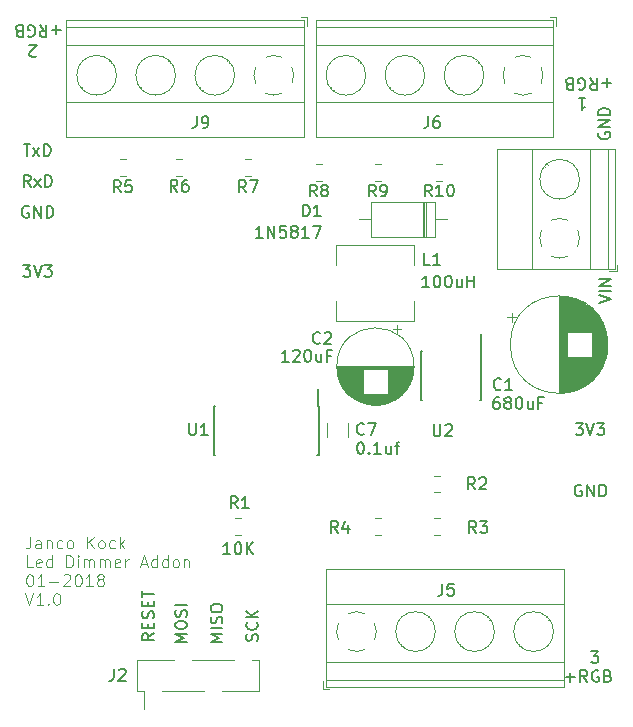
<source format=gbr>
G04 #@! TF.GenerationSoftware,KiCad,Pcbnew,5.0.1*
G04 #@! TF.CreationDate,2019-01-05T16:33:49+01:00*
G04 #@! TF.ProjectId,sensor_board-led,73656E736F725F626F6172642D6C6564,V1.2*
G04 #@! TF.SameCoordinates,Original*
G04 #@! TF.FileFunction,Legend,Top*
G04 #@! TF.FilePolarity,Positive*
%FSLAX46Y46*%
G04 Gerber Fmt 4.6, Leading zero omitted, Abs format (unit mm)*
G04 Created by KiCad (PCBNEW 5.0.1) date Sat 05 Jan 2019 04:33:49 PM CET*
%MOMM*%
%LPD*%
G01*
G04 APERTURE LIST*
%ADD10C,0.150000*%
%ADD11C,0.100000*%
%ADD12C,0.120000*%
G04 APERTURE END LIST*
D10*
X73697285Y-28779219D02*
X74268714Y-28779219D01*
X73983000Y-28779219D02*
X73983000Y-29779219D01*
X74078238Y-29636361D01*
X74173476Y-29541123D01*
X74268714Y-29493504D01*
X27768714Y-25183980D02*
X27721095Y-25231600D01*
X27625857Y-25279219D01*
X27387761Y-25279219D01*
X27292523Y-25231600D01*
X27244904Y-25183980D01*
X27197285Y-25088742D01*
X27197285Y-24993504D01*
X27244904Y-24850647D01*
X27816333Y-24279219D01*
X27197285Y-24279219D01*
X74749666Y-75583980D02*
X75368714Y-75583980D01*
X75035380Y-75964933D01*
X75178238Y-75964933D01*
X75273476Y-76012552D01*
X75321095Y-76060171D01*
X75368714Y-76155409D01*
X75368714Y-76393504D01*
X75321095Y-76488742D01*
X75273476Y-76536361D01*
X75178238Y-76583980D01*
X74892523Y-76583980D01*
X74797285Y-76536361D01*
X74749666Y-76488742D01*
X72602047Y-77803028D02*
X73363952Y-77803028D01*
X72983000Y-78183980D02*
X72983000Y-77422076D01*
X74411571Y-78183980D02*
X74078238Y-77707790D01*
X73840142Y-78183980D02*
X73840142Y-77183980D01*
X74221095Y-77183980D01*
X74316333Y-77231600D01*
X74363952Y-77279219D01*
X74411571Y-77374457D01*
X74411571Y-77517314D01*
X74363952Y-77612552D01*
X74316333Y-77660171D01*
X74221095Y-77707790D01*
X73840142Y-77707790D01*
X75363952Y-77231600D02*
X75268714Y-77183980D01*
X75125857Y-77183980D01*
X74983000Y-77231600D01*
X74887761Y-77326838D01*
X74840142Y-77422076D01*
X74792523Y-77612552D01*
X74792523Y-77755409D01*
X74840142Y-77945885D01*
X74887761Y-78041123D01*
X74983000Y-78136361D01*
X75125857Y-78183980D01*
X75221095Y-78183980D01*
X75363952Y-78136361D01*
X75411571Y-78088742D01*
X75411571Y-77755409D01*
X75221095Y-77755409D01*
X76173476Y-77660171D02*
X76316333Y-77707790D01*
X76363952Y-77755409D01*
X76411571Y-77850647D01*
X76411571Y-77993504D01*
X76363952Y-78088742D01*
X76316333Y-78136361D01*
X76221095Y-78183980D01*
X75840142Y-78183980D01*
X75840142Y-77183980D01*
X76173476Y-77183980D01*
X76268714Y-77231600D01*
X76316333Y-77279219D01*
X76363952Y-77374457D01*
X76363952Y-77469695D01*
X76316333Y-77564933D01*
X76268714Y-77612552D01*
X76173476Y-77660171D01*
X75840142Y-77660171D01*
X29863952Y-22960171D02*
X29102047Y-22960171D01*
X29483000Y-22579219D02*
X29483000Y-23341123D01*
X28054428Y-22579219D02*
X28387761Y-23055409D01*
X28625857Y-22579219D02*
X28625857Y-23579219D01*
X28244904Y-23579219D01*
X28149666Y-23531600D01*
X28102047Y-23483980D01*
X28054428Y-23388742D01*
X28054428Y-23245885D01*
X28102047Y-23150647D01*
X28149666Y-23103028D01*
X28244904Y-23055409D01*
X28625857Y-23055409D01*
X27102047Y-23531600D02*
X27197285Y-23579219D01*
X27340142Y-23579219D01*
X27483000Y-23531600D01*
X27578238Y-23436361D01*
X27625857Y-23341123D01*
X27673476Y-23150647D01*
X27673476Y-23007790D01*
X27625857Y-22817314D01*
X27578238Y-22722076D01*
X27483000Y-22626838D01*
X27340142Y-22579219D01*
X27244904Y-22579219D01*
X27102047Y-22626838D01*
X27054428Y-22674457D01*
X27054428Y-23007790D01*
X27244904Y-23007790D01*
X26292523Y-23103028D02*
X26149666Y-23055409D01*
X26102047Y-23007790D01*
X26054428Y-22912552D01*
X26054428Y-22769695D01*
X26102047Y-22674457D01*
X26149666Y-22626838D01*
X26244904Y-22579219D01*
X26625857Y-22579219D01*
X26625857Y-23579219D01*
X26292523Y-23579219D01*
X26197285Y-23531600D01*
X26149666Y-23483980D01*
X26102047Y-23388742D01*
X26102047Y-23293504D01*
X26149666Y-23198266D01*
X26197285Y-23150647D01*
X26292523Y-23103028D01*
X26625857Y-23103028D01*
X76463952Y-27460171D02*
X75702047Y-27460171D01*
X76083000Y-27079219D02*
X76083000Y-27841123D01*
X74654428Y-27079219D02*
X74987761Y-27555409D01*
X75225857Y-27079219D02*
X75225857Y-28079219D01*
X74844904Y-28079219D01*
X74749666Y-28031600D01*
X74702047Y-27983980D01*
X74654428Y-27888742D01*
X74654428Y-27745885D01*
X74702047Y-27650647D01*
X74749666Y-27603028D01*
X74844904Y-27555409D01*
X75225857Y-27555409D01*
X73702047Y-28031600D02*
X73797285Y-28079219D01*
X73940142Y-28079219D01*
X74083000Y-28031600D01*
X74178238Y-27936361D01*
X74225857Y-27841123D01*
X74273476Y-27650647D01*
X74273476Y-27507790D01*
X74225857Y-27317314D01*
X74178238Y-27222076D01*
X74083000Y-27126838D01*
X73940142Y-27079219D01*
X73844904Y-27079219D01*
X73702047Y-27126838D01*
X73654428Y-27174457D01*
X73654428Y-27507790D01*
X73844904Y-27507790D01*
X72892523Y-27603028D02*
X72749666Y-27555409D01*
X72702047Y-27507790D01*
X72654428Y-27412552D01*
X72654428Y-27269695D01*
X72702047Y-27174457D01*
X72749666Y-27126838D01*
X72844904Y-27079219D01*
X73225857Y-27079219D01*
X73225857Y-28079219D01*
X72892523Y-28079219D01*
X72797285Y-28031600D01*
X72749666Y-27983980D01*
X72702047Y-27888742D01*
X72702047Y-27793504D01*
X72749666Y-27698266D01*
X72797285Y-27650647D01*
X72892523Y-27603028D01*
X73225857Y-27603028D01*
X75435380Y-46126838D02*
X76435380Y-45793504D01*
X75435380Y-45460171D01*
X76435380Y-45126838D02*
X75435380Y-45126838D01*
X76435380Y-44650647D02*
X75435380Y-44650647D01*
X76435380Y-44079219D01*
X75435380Y-44079219D01*
X75408000Y-31693504D02*
X75360380Y-31788742D01*
X75360380Y-31931600D01*
X75408000Y-32074457D01*
X75503238Y-32169695D01*
X75598476Y-32217314D01*
X75788952Y-32264933D01*
X75931809Y-32264933D01*
X76122285Y-32217314D01*
X76217523Y-32169695D01*
X76312761Y-32074457D01*
X76360380Y-31931600D01*
X76360380Y-31836361D01*
X76312761Y-31693504D01*
X76265142Y-31645885D01*
X75931809Y-31645885D01*
X75931809Y-31836361D01*
X76360380Y-31217314D02*
X75360380Y-31217314D01*
X76360380Y-30645885D01*
X75360380Y-30645885D01*
X76360380Y-30169695D02*
X75360380Y-30169695D01*
X75360380Y-29931600D01*
X75408000Y-29788742D01*
X75503238Y-29693504D01*
X75598476Y-29645885D01*
X75788952Y-29598266D01*
X75931809Y-29598266D01*
X76122285Y-29645885D01*
X76217523Y-29693504D01*
X76312761Y-29788742D01*
X76360380Y-29931600D01*
X76360380Y-30169695D01*
X73921095Y-61531600D02*
X73825857Y-61483980D01*
X73683000Y-61483980D01*
X73540142Y-61531600D01*
X73444904Y-61626838D01*
X73397285Y-61722076D01*
X73349666Y-61912552D01*
X73349666Y-62055409D01*
X73397285Y-62245885D01*
X73444904Y-62341123D01*
X73540142Y-62436361D01*
X73683000Y-62483980D01*
X73778238Y-62483980D01*
X73921095Y-62436361D01*
X73968714Y-62388742D01*
X73968714Y-62055409D01*
X73778238Y-62055409D01*
X74397285Y-62483980D02*
X74397285Y-61483980D01*
X74968714Y-62483980D01*
X74968714Y-61483980D01*
X75444904Y-62483980D02*
X75444904Y-61483980D01*
X75683000Y-61483980D01*
X75825857Y-61531600D01*
X75921095Y-61626838D01*
X75968714Y-61722076D01*
X76016333Y-61912552D01*
X76016333Y-62055409D01*
X75968714Y-62245885D01*
X75921095Y-62341123D01*
X75825857Y-62436361D01*
X75683000Y-62483980D01*
X75444904Y-62483980D01*
X73444904Y-56283980D02*
X74063952Y-56283980D01*
X73730619Y-56664933D01*
X73873476Y-56664933D01*
X73968714Y-56712552D01*
X74016333Y-56760171D01*
X74063952Y-56855409D01*
X74063952Y-57093504D01*
X74016333Y-57188742D01*
X73968714Y-57236361D01*
X73873476Y-57283980D01*
X73587761Y-57283980D01*
X73492523Y-57236361D01*
X73444904Y-57188742D01*
X74349666Y-56283980D02*
X74683000Y-57283980D01*
X75016333Y-56283980D01*
X75254428Y-56283980D02*
X75873476Y-56283980D01*
X75540142Y-56664933D01*
X75683000Y-56664933D01*
X75778238Y-56712552D01*
X75825857Y-56760171D01*
X75873476Y-56855409D01*
X75873476Y-57093504D01*
X75825857Y-57188742D01*
X75778238Y-57236361D01*
X75683000Y-57283980D01*
X75397285Y-57283980D01*
X75302047Y-57236361D01*
X75254428Y-57188742D01*
X26644904Y-42883980D02*
X27263952Y-42883980D01*
X26930619Y-43264933D01*
X27073476Y-43264933D01*
X27168714Y-43312552D01*
X27216333Y-43360171D01*
X27263952Y-43455409D01*
X27263952Y-43693504D01*
X27216333Y-43788742D01*
X27168714Y-43836361D01*
X27073476Y-43883980D01*
X26787761Y-43883980D01*
X26692523Y-43836361D01*
X26644904Y-43788742D01*
X27549666Y-42883980D02*
X27883000Y-43883980D01*
X28216333Y-42883980D01*
X28454428Y-42883980D02*
X29073476Y-42883980D01*
X28740142Y-43264933D01*
X28883000Y-43264933D01*
X28978238Y-43312552D01*
X29025857Y-43360171D01*
X29073476Y-43455409D01*
X29073476Y-43693504D01*
X29025857Y-43788742D01*
X28978238Y-43836361D01*
X28883000Y-43883980D01*
X28597285Y-43883980D01*
X28502047Y-43836361D01*
X28454428Y-43788742D01*
X27121095Y-37931600D02*
X27025857Y-37883980D01*
X26883000Y-37883980D01*
X26740142Y-37931600D01*
X26644904Y-38026838D01*
X26597285Y-38122076D01*
X26549666Y-38312552D01*
X26549666Y-38455409D01*
X26597285Y-38645885D01*
X26644904Y-38741123D01*
X26740142Y-38836361D01*
X26883000Y-38883980D01*
X26978238Y-38883980D01*
X27121095Y-38836361D01*
X27168714Y-38788742D01*
X27168714Y-38455409D01*
X26978238Y-38455409D01*
X27597285Y-38883980D02*
X27597285Y-37883980D01*
X28168714Y-38883980D01*
X28168714Y-37883980D01*
X28644904Y-38883980D02*
X28644904Y-37883980D01*
X28883000Y-37883980D01*
X29025857Y-37931600D01*
X29121095Y-38026838D01*
X29168714Y-38122076D01*
X29216333Y-38312552D01*
X29216333Y-38455409D01*
X29168714Y-38645885D01*
X29121095Y-38741123D01*
X29025857Y-38836361D01*
X28883000Y-38883980D01*
X28644904Y-38883980D01*
X27287761Y-36283980D02*
X26954428Y-35807790D01*
X26716333Y-36283980D02*
X26716333Y-35283980D01*
X27097285Y-35283980D01*
X27192523Y-35331600D01*
X27240142Y-35379219D01*
X27287761Y-35474457D01*
X27287761Y-35617314D01*
X27240142Y-35712552D01*
X27192523Y-35760171D01*
X27097285Y-35807790D01*
X26716333Y-35807790D01*
X27621095Y-36283980D02*
X28144904Y-35617314D01*
X27621095Y-35617314D02*
X28144904Y-36283980D01*
X28525857Y-36283980D02*
X28525857Y-35283980D01*
X28763952Y-35283980D01*
X28906809Y-35331600D01*
X29002047Y-35426838D01*
X29049666Y-35522076D01*
X29097285Y-35712552D01*
X29097285Y-35855409D01*
X29049666Y-36045885D01*
X29002047Y-36141123D01*
X28906809Y-36236361D01*
X28763952Y-36283980D01*
X28525857Y-36283980D01*
X26692523Y-32683980D02*
X27263952Y-32683980D01*
X26978238Y-33683980D02*
X26978238Y-32683980D01*
X27502047Y-33683980D02*
X28025857Y-33017314D01*
X27502047Y-33017314D02*
X28025857Y-33683980D01*
X28406809Y-33683980D02*
X28406809Y-32683980D01*
X28644904Y-32683980D01*
X28787761Y-32731600D01*
X28883000Y-32826838D01*
X28930619Y-32922076D01*
X28978238Y-33112552D01*
X28978238Y-33255409D01*
X28930619Y-33445885D01*
X28883000Y-33541123D01*
X28787761Y-33636361D01*
X28644904Y-33683980D01*
X28406809Y-33683980D01*
D11*
X27271809Y-65883980D02*
X27271809Y-66598266D01*
X27224190Y-66741123D01*
X27128952Y-66836361D01*
X26986095Y-66883980D01*
X26890857Y-66883980D01*
X28176571Y-66883980D02*
X28176571Y-66360171D01*
X28128952Y-66264933D01*
X28033714Y-66217314D01*
X27843238Y-66217314D01*
X27748000Y-66264933D01*
X28176571Y-66836361D02*
X28081333Y-66883980D01*
X27843238Y-66883980D01*
X27748000Y-66836361D01*
X27700380Y-66741123D01*
X27700380Y-66645885D01*
X27748000Y-66550647D01*
X27843238Y-66503028D01*
X28081333Y-66503028D01*
X28176571Y-66455409D01*
X28652761Y-66217314D02*
X28652761Y-66883980D01*
X28652761Y-66312552D02*
X28700380Y-66264933D01*
X28795619Y-66217314D01*
X28938476Y-66217314D01*
X29033714Y-66264933D01*
X29081333Y-66360171D01*
X29081333Y-66883980D01*
X29986095Y-66836361D02*
X29890857Y-66883980D01*
X29700380Y-66883980D01*
X29605142Y-66836361D01*
X29557523Y-66788742D01*
X29509904Y-66693504D01*
X29509904Y-66407790D01*
X29557523Y-66312552D01*
X29605142Y-66264933D01*
X29700380Y-66217314D01*
X29890857Y-66217314D01*
X29986095Y-66264933D01*
X30557523Y-66883980D02*
X30462285Y-66836361D01*
X30414666Y-66788742D01*
X30367047Y-66693504D01*
X30367047Y-66407790D01*
X30414666Y-66312552D01*
X30462285Y-66264933D01*
X30557523Y-66217314D01*
X30700380Y-66217314D01*
X30795619Y-66264933D01*
X30843238Y-66312552D01*
X30890857Y-66407790D01*
X30890857Y-66693504D01*
X30843238Y-66788742D01*
X30795619Y-66836361D01*
X30700380Y-66883980D01*
X30557523Y-66883980D01*
X32081333Y-66883980D02*
X32081333Y-65883980D01*
X32652761Y-66883980D02*
X32224190Y-66312552D01*
X32652761Y-65883980D02*
X32081333Y-66455409D01*
X33224190Y-66883980D02*
X33128952Y-66836361D01*
X33081333Y-66788742D01*
X33033714Y-66693504D01*
X33033714Y-66407790D01*
X33081333Y-66312552D01*
X33128952Y-66264933D01*
X33224190Y-66217314D01*
X33367047Y-66217314D01*
X33462285Y-66264933D01*
X33509904Y-66312552D01*
X33557523Y-66407790D01*
X33557523Y-66693504D01*
X33509904Y-66788742D01*
X33462285Y-66836361D01*
X33367047Y-66883980D01*
X33224190Y-66883980D01*
X34414666Y-66836361D02*
X34319428Y-66883980D01*
X34128952Y-66883980D01*
X34033714Y-66836361D01*
X33986095Y-66788742D01*
X33938476Y-66693504D01*
X33938476Y-66407790D01*
X33986095Y-66312552D01*
X34033714Y-66264933D01*
X34128952Y-66217314D01*
X34319428Y-66217314D01*
X34414666Y-66264933D01*
X34843238Y-66883980D02*
X34843238Y-65883980D01*
X34938476Y-66503028D02*
X35224190Y-66883980D01*
X35224190Y-66217314D02*
X34843238Y-66598266D01*
X27462285Y-68483980D02*
X26986095Y-68483980D01*
X26986095Y-67483980D01*
X28176571Y-68436361D02*
X28081333Y-68483980D01*
X27890857Y-68483980D01*
X27795619Y-68436361D01*
X27748000Y-68341123D01*
X27748000Y-67960171D01*
X27795619Y-67864933D01*
X27890857Y-67817314D01*
X28081333Y-67817314D01*
X28176571Y-67864933D01*
X28224190Y-67960171D01*
X28224190Y-68055409D01*
X27748000Y-68150647D01*
X29081333Y-68483980D02*
X29081333Y-67483980D01*
X29081333Y-68436361D02*
X28986095Y-68483980D01*
X28795619Y-68483980D01*
X28700380Y-68436361D01*
X28652761Y-68388742D01*
X28605142Y-68293504D01*
X28605142Y-68007790D01*
X28652761Y-67912552D01*
X28700380Y-67864933D01*
X28795619Y-67817314D01*
X28986095Y-67817314D01*
X29081333Y-67864933D01*
X30319428Y-68483980D02*
X30319428Y-67483980D01*
X30557523Y-67483980D01*
X30700380Y-67531600D01*
X30795619Y-67626838D01*
X30843238Y-67722076D01*
X30890857Y-67912552D01*
X30890857Y-68055409D01*
X30843238Y-68245885D01*
X30795619Y-68341123D01*
X30700380Y-68436361D01*
X30557523Y-68483980D01*
X30319428Y-68483980D01*
X31319428Y-68483980D02*
X31319428Y-67817314D01*
X31319428Y-67483980D02*
X31271809Y-67531600D01*
X31319428Y-67579219D01*
X31367047Y-67531600D01*
X31319428Y-67483980D01*
X31319428Y-67579219D01*
X31795619Y-68483980D02*
X31795619Y-67817314D01*
X31795619Y-67912552D02*
X31843238Y-67864933D01*
X31938476Y-67817314D01*
X32081333Y-67817314D01*
X32176571Y-67864933D01*
X32224190Y-67960171D01*
X32224190Y-68483980D01*
X32224190Y-67960171D02*
X32271809Y-67864933D01*
X32367047Y-67817314D01*
X32509904Y-67817314D01*
X32605142Y-67864933D01*
X32652761Y-67960171D01*
X32652761Y-68483980D01*
X33128952Y-68483980D02*
X33128952Y-67817314D01*
X33128952Y-67912552D02*
X33176571Y-67864933D01*
X33271809Y-67817314D01*
X33414666Y-67817314D01*
X33509904Y-67864933D01*
X33557523Y-67960171D01*
X33557523Y-68483980D01*
X33557523Y-67960171D02*
X33605142Y-67864933D01*
X33700380Y-67817314D01*
X33843238Y-67817314D01*
X33938476Y-67864933D01*
X33986095Y-67960171D01*
X33986095Y-68483980D01*
X34843238Y-68436361D02*
X34748000Y-68483980D01*
X34557523Y-68483980D01*
X34462285Y-68436361D01*
X34414666Y-68341123D01*
X34414666Y-67960171D01*
X34462285Y-67864933D01*
X34557523Y-67817314D01*
X34748000Y-67817314D01*
X34843238Y-67864933D01*
X34890857Y-67960171D01*
X34890857Y-68055409D01*
X34414666Y-68150647D01*
X35319428Y-68483980D02*
X35319428Y-67817314D01*
X35319428Y-68007790D02*
X35367047Y-67912552D01*
X35414666Y-67864933D01*
X35509904Y-67817314D01*
X35605142Y-67817314D01*
X36652761Y-68198266D02*
X37128952Y-68198266D01*
X36557523Y-68483980D02*
X36890857Y-67483980D01*
X37224190Y-68483980D01*
X37986095Y-68483980D02*
X37986095Y-67483980D01*
X37986095Y-68436361D02*
X37890857Y-68483980D01*
X37700380Y-68483980D01*
X37605142Y-68436361D01*
X37557523Y-68388742D01*
X37509904Y-68293504D01*
X37509904Y-68007790D01*
X37557523Y-67912552D01*
X37605142Y-67864933D01*
X37700380Y-67817314D01*
X37890857Y-67817314D01*
X37986095Y-67864933D01*
X38890857Y-68483980D02*
X38890857Y-67483980D01*
X38890857Y-68436361D02*
X38795619Y-68483980D01*
X38605142Y-68483980D01*
X38509904Y-68436361D01*
X38462285Y-68388742D01*
X38414666Y-68293504D01*
X38414666Y-68007790D01*
X38462285Y-67912552D01*
X38509904Y-67864933D01*
X38605142Y-67817314D01*
X38795619Y-67817314D01*
X38890857Y-67864933D01*
X39509904Y-68483980D02*
X39414666Y-68436361D01*
X39367047Y-68388742D01*
X39319428Y-68293504D01*
X39319428Y-68007790D01*
X39367047Y-67912552D01*
X39414666Y-67864933D01*
X39509904Y-67817314D01*
X39652761Y-67817314D01*
X39748000Y-67864933D01*
X39795619Y-67912552D01*
X39843238Y-68007790D01*
X39843238Y-68293504D01*
X39795619Y-68388742D01*
X39748000Y-68436361D01*
X39652761Y-68483980D01*
X39509904Y-68483980D01*
X40271809Y-67817314D02*
X40271809Y-68483980D01*
X40271809Y-67912552D02*
X40319428Y-67864933D01*
X40414666Y-67817314D01*
X40557523Y-67817314D01*
X40652761Y-67864933D01*
X40700380Y-67960171D01*
X40700380Y-68483980D01*
X27176571Y-69083980D02*
X27271809Y-69083980D01*
X27367047Y-69131600D01*
X27414666Y-69179219D01*
X27462285Y-69274457D01*
X27509904Y-69464933D01*
X27509904Y-69703028D01*
X27462285Y-69893504D01*
X27414666Y-69988742D01*
X27367047Y-70036361D01*
X27271809Y-70083980D01*
X27176571Y-70083980D01*
X27081333Y-70036361D01*
X27033714Y-69988742D01*
X26986095Y-69893504D01*
X26938476Y-69703028D01*
X26938476Y-69464933D01*
X26986095Y-69274457D01*
X27033714Y-69179219D01*
X27081333Y-69131600D01*
X27176571Y-69083980D01*
X28462285Y-70083980D02*
X27890857Y-70083980D01*
X28176571Y-70083980D02*
X28176571Y-69083980D01*
X28081333Y-69226838D01*
X27986095Y-69322076D01*
X27890857Y-69369695D01*
X28890857Y-69703028D02*
X29652761Y-69703028D01*
X30081333Y-69179219D02*
X30128952Y-69131600D01*
X30224190Y-69083980D01*
X30462285Y-69083980D01*
X30557523Y-69131600D01*
X30605142Y-69179219D01*
X30652761Y-69274457D01*
X30652761Y-69369695D01*
X30605142Y-69512552D01*
X30033714Y-70083980D01*
X30652761Y-70083980D01*
X31271809Y-69083980D02*
X31367047Y-69083980D01*
X31462285Y-69131600D01*
X31509904Y-69179219D01*
X31557523Y-69274457D01*
X31605142Y-69464933D01*
X31605142Y-69703028D01*
X31557523Y-69893504D01*
X31509904Y-69988742D01*
X31462285Y-70036361D01*
X31367047Y-70083980D01*
X31271809Y-70083980D01*
X31176571Y-70036361D01*
X31128952Y-69988742D01*
X31081333Y-69893504D01*
X31033714Y-69703028D01*
X31033714Y-69464933D01*
X31081333Y-69274457D01*
X31128952Y-69179219D01*
X31176571Y-69131600D01*
X31271809Y-69083980D01*
X32557523Y-70083980D02*
X31986095Y-70083980D01*
X32271809Y-70083980D02*
X32271809Y-69083980D01*
X32176571Y-69226838D01*
X32081333Y-69322076D01*
X31986095Y-69369695D01*
X33128952Y-69512552D02*
X33033714Y-69464933D01*
X32986095Y-69417314D01*
X32938476Y-69322076D01*
X32938476Y-69274457D01*
X32986095Y-69179219D01*
X33033714Y-69131600D01*
X33128952Y-69083980D01*
X33319428Y-69083980D01*
X33414666Y-69131600D01*
X33462285Y-69179219D01*
X33509904Y-69274457D01*
X33509904Y-69322076D01*
X33462285Y-69417314D01*
X33414666Y-69464933D01*
X33319428Y-69512552D01*
X33128952Y-69512552D01*
X33033714Y-69560171D01*
X32986095Y-69607790D01*
X32938476Y-69703028D01*
X32938476Y-69893504D01*
X32986095Y-69988742D01*
X33033714Y-70036361D01*
X33128952Y-70083980D01*
X33319428Y-70083980D01*
X33414666Y-70036361D01*
X33462285Y-69988742D01*
X33509904Y-69893504D01*
X33509904Y-69703028D01*
X33462285Y-69607790D01*
X33414666Y-69560171D01*
X33319428Y-69512552D01*
X26843238Y-70683980D02*
X27176571Y-71683980D01*
X27509904Y-70683980D01*
X28367047Y-71683980D02*
X27795619Y-71683980D01*
X28081333Y-71683980D02*
X28081333Y-70683980D01*
X27986095Y-70826838D01*
X27890857Y-70922076D01*
X27795619Y-70969695D01*
X28795619Y-71588742D02*
X28843238Y-71636361D01*
X28795619Y-71683980D01*
X28748000Y-71636361D01*
X28795619Y-71588742D01*
X28795619Y-71683980D01*
X29462285Y-70683980D02*
X29557523Y-70683980D01*
X29652761Y-70731600D01*
X29700380Y-70779219D01*
X29748000Y-70874457D01*
X29795619Y-71064933D01*
X29795619Y-71303028D01*
X29748000Y-71493504D01*
X29700380Y-71588742D01*
X29652761Y-71636361D01*
X29557523Y-71683980D01*
X29462285Y-71683980D01*
X29367047Y-71636361D01*
X29319428Y-71588742D01*
X29271809Y-71493504D01*
X29224190Y-71303028D01*
X29224190Y-71064933D01*
X29271809Y-70874457D01*
X29319428Y-70779219D01*
X29367047Y-70731600D01*
X29462285Y-70683980D01*
D10*
X43535380Y-74803028D02*
X42535380Y-74803028D01*
X43249666Y-74469695D01*
X42535380Y-74136361D01*
X43535380Y-74136361D01*
X43535380Y-73660171D02*
X42535380Y-73660171D01*
X43487761Y-73231600D02*
X43535380Y-73088742D01*
X43535380Y-72850647D01*
X43487761Y-72755409D01*
X43440142Y-72707790D01*
X43344904Y-72660171D01*
X43249666Y-72660171D01*
X43154428Y-72707790D01*
X43106809Y-72755409D01*
X43059190Y-72850647D01*
X43011571Y-73041123D01*
X42963952Y-73136361D01*
X42916333Y-73183980D01*
X42821095Y-73231600D01*
X42725857Y-73231600D01*
X42630619Y-73183980D01*
X42583000Y-73136361D01*
X42535380Y-73041123D01*
X42535380Y-72803028D01*
X42583000Y-72660171D01*
X42535380Y-72041123D02*
X42535380Y-71850647D01*
X42583000Y-71755409D01*
X42678238Y-71660171D01*
X42868714Y-71612552D01*
X43202047Y-71612552D01*
X43392523Y-71660171D01*
X43487761Y-71755409D01*
X43535380Y-71850647D01*
X43535380Y-72041123D01*
X43487761Y-72136361D01*
X43392523Y-72231600D01*
X43202047Y-72279219D01*
X42868714Y-72279219D01*
X42678238Y-72231600D01*
X42583000Y-72136361D01*
X42535380Y-72041123D01*
X40535380Y-74803028D02*
X39535380Y-74803028D01*
X40249666Y-74469695D01*
X39535380Y-74136361D01*
X40535380Y-74136361D01*
X39535380Y-73469695D02*
X39535380Y-73279219D01*
X39583000Y-73183980D01*
X39678238Y-73088742D01*
X39868714Y-73041123D01*
X40202047Y-73041123D01*
X40392523Y-73088742D01*
X40487761Y-73183980D01*
X40535380Y-73279219D01*
X40535380Y-73469695D01*
X40487761Y-73564933D01*
X40392523Y-73660171D01*
X40202047Y-73707790D01*
X39868714Y-73707790D01*
X39678238Y-73660171D01*
X39583000Y-73564933D01*
X39535380Y-73469695D01*
X40487761Y-72660171D02*
X40535380Y-72517314D01*
X40535380Y-72279219D01*
X40487761Y-72183980D01*
X40440142Y-72136361D01*
X40344904Y-72088742D01*
X40249666Y-72088742D01*
X40154428Y-72136361D01*
X40106809Y-72183980D01*
X40059190Y-72279219D01*
X40011571Y-72469695D01*
X39963952Y-72564933D01*
X39916333Y-72612552D01*
X39821095Y-72660171D01*
X39725857Y-72660171D01*
X39630619Y-72612552D01*
X39583000Y-72564933D01*
X39535380Y-72469695D01*
X39535380Y-72231600D01*
X39583000Y-72088742D01*
X40535380Y-71660171D02*
X39535380Y-71660171D01*
X37735380Y-74083980D02*
X37259190Y-74417314D01*
X37735380Y-74655409D02*
X36735380Y-74655409D01*
X36735380Y-74274457D01*
X36783000Y-74179219D01*
X36830619Y-74131600D01*
X36925857Y-74083980D01*
X37068714Y-74083980D01*
X37163952Y-74131600D01*
X37211571Y-74179219D01*
X37259190Y-74274457D01*
X37259190Y-74655409D01*
X37211571Y-73655409D02*
X37211571Y-73322076D01*
X37735380Y-73179219D02*
X37735380Y-73655409D01*
X36735380Y-73655409D01*
X36735380Y-73179219D01*
X37687761Y-72798266D02*
X37735380Y-72655409D01*
X37735380Y-72417314D01*
X37687761Y-72322076D01*
X37640142Y-72274457D01*
X37544904Y-72226838D01*
X37449666Y-72226838D01*
X37354428Y-72274457D01*
X37306809Y-72322076D01*
X37259190Y-72417314D01*
X37211571Y-72607790D01*
X37163952Y-72703028D01*
X37116333Y-72750647D01*
X37021095Y-72798266D01*
X36925857Y-72798266D01*
X36830619Y-72750647D01*
X36783000Y-72703028D01*
X36735380Y-72607790D01*
X36735380Y-72369695D01*
X36783000Y-72226838D01*
X37211571Y-71798266D02*
X37211571Y-71464933D01*
X37735380Y-71322076D02*
X37735380Y-71798266D01*
X36735380Y-71798266D01*
X36735380Y-71322076D01*
X36735380Y-71036361D02*
X36735380Y-70464933D01*
X37735380Y-70750647D02*
X36735380Y-70750647D01*
X46487761Y-74717314D02*
X46535380Y-74574457D01*
X46535380Y-74336361D01*
X46487761Y-74241123D01*
X46440142Y-74193504D01*
X46344904Y-74145885D01*
X46249666Y-74145885D01*
X46154428Y-74193504D01*
X46106809Y-74241123D01*
X46059190Y-74336361D01*
X46011571Y-74526838D01*
X45963952Y-74622076D01*
X45916333Y-74669695D01*
X45821095Y-74717314D01*
X45725857Y-74717314D01*
X45630619Y-74669695D01*
X45583000Y-74622076D01*
X45535380Y-74526838D01*
X45535380Y-74288742D01*
X45583000Y-74145885D01*
X46440142Y-73145885D02*
X46487761Y-73193504D01*
X46535380Y-73336361D01*
X46535380Y-73431600D01*
X46487761Y-73574457D01*
X46392523Y-73669695D01*
X46297285Y-73717314D01*
X46106809Y-73764933D01*
X45963952Y-73764933D01*
X45773476Y-73717314D01*
X45678238Y-73669695D01*
X45583000Y-73574457D01*
X45535380Y-73431600D01*
X45535380Y-73336361D01*
X45583000Y-73193504D01*
X45630619Y-73145885D01*
X46535380Y-72717314D02*
X45535380Y-72717314D01*
X46535380Y-72145885D02*
X45963952Y-72574457D01*
X45535380Y-72145885D02*
X46106809Y-72717314D01*
D12*
G04 #@! TO.C,C1*
X68023302Y-46916600D02*
X68023302Y-47716600D01*
X67623302Y-47316600D02*
X68423302Y-47316600D01*
X76114000Y-49098600D02*
X76114000Y-50164600D01*
X76074000Y-48863600D02*
X76074000Y-50399600D01*
X76034000Y-48683600D02*
X76034000Y-50579600D01*
X75994000Y-48533600D02*
X75994000Y-50729600D01*
X75954000Y-48402600D02*
X75954000Y-50860600D01*
X75914000Y-48285600D02*
X75914000Y-50977600D01*
X75874000Y-48178600D02*
X75874000Y-51084600D01*
X75834000Y-48079600D02*
X75834000Y-51183600D01*
X75794000Y-47986600D02*
X75794000Y-51276600D01*
X75754000Y-47900600D02*
X75754000Y-51362600D01*
X75714000Y-47818600D02*
X75714000Y-51444600D01*
X75674000Y-47741600D02*
X75674000Y-51521600D01*
X75634000Y-47667600D02*
X75634000Y-51595600D01*
X75594000Y-47597600D02*
X75594000Y-51665600D01*
X75554000Y-47529600D02*
X75554000Y-51733600D01*
X75514000Y-47465600D02*
X75514000Y-51797600D01*
X75474000Y-47403600D02*
X75474000Y-51859600D01*
X75434000Y-47344600D02*
X75434000Y-51918600D01*
X75394000Y-47286600D02*
X75394000Y-51976600D01*
X75354000Y-47231600D02*
X75354000Y-52031600D01*
X75314000Y-47177600D02*
X75314000Y-52085600D01*
X75274000Y-47126600D02*
X75274000Y-52136600D01*
X75234000Y-47075600D02*
X75234000Y-52187600D01*
X75194000Y-47027600D02*
X75194000Y-52235600D01*
X75154000Y-46980600D02*
X75154000Y-52282600D01*
X75114000Y-46934600D02*
X75114000Y-52328600D01*
X75074000Y-46890600D02*
X75074000Y-52372600D01*
X75034000Y-46847600D02*
X75034000Y-52415600D01*
X74994000Y-46805600D02*
X74994000Y-52457600D01*
X74954000Y-46764600D02*
X74954000Y-52498600D01*
X74914000Y-46724600D02*
X74914000Y-52538600D01*
X74874000Y-46686600D02*
X74874000Y-52576600D01*
X74834000Y-46648600D02*
X74834000Y-52614600D01*
X74794000Y-50671600D02*
X74794000Y-52650600D01*
X74794000Y-46612600D02*
X74794000Y-48591600D01*
X74754000Y-50671600D02*
X74754000Y-52686600D01*
X74754000Y-46576600D02*
X74754000Y-48591600D01*
X74714000Y-50671600D02*
X74714000Y-52721600D01*
X74714000Y-46541600D02*
X74714000Y-48591600D01*
X74674000Y-50671600D02*
X74674000Y-52755600D01*
X74674000Y-46507600D02*
X74674000Y-48591600D01*
X74634000Y-50671600D02*
X74634000Y-52787600D01*
X74634000Y-46475600D02*
X74634000Y-48591600D01*
X74594000Y-50671600D02*
X74594000Y-52820600D01*
X74594000Y-46442600D02*
X74594000Y-48591600D01*
X74554000Y-50671600D02*
X74554000Y-52851600D01*
X74554000Y-46411600D02*
X74554000Y-48591600D01*
X74514000Y-50671600D02*
X74514000Y-52881600D01*
X74514000Y-46381600D02*
X74514000Y-48591600D01*
X74474000Y-50671600D02*
X74474000Y-52911600D01*
X74474000Y-46351600D02*
X74474000Y-48591600D01*
X74434000Y-50671600D02*
X74434000Y-52940600D01*
X74434000Y-46322600D02*
X74434000Y-48591600D01*
X74394000Y-50671600D02*
X74394000Y-52969600D01*
X74394000Y-46293600D02*
X74394000Y-48591600D01*
X74354000Y-50671600D02*
X74354000Y-52996600D01*
X74354000Y-46266600D02*
X74354000Y-48591600D01*
X74314000Y-50671600D02*
X74314000Y-53023600D01*
X74314000Y-46239600D02*
X74314000Y-48591600D01*
X74274000Y-50671600D02*
X74274000Y-53049600D01*
X74274000Y-46213600D02*
X74274000Y-48591600D01*
X74234000Y-50671600D02*
X74234000Y-53075600D01*
X74234000Y-46187600D02*
X74234000Y-48591600D01*
X74194000Y-50671600D02*
X74194000Y-53100600D01*
X74194000Y-46162600D02*
X74194000Y-48591600D01*
X74154000Y-50671600D02*
X74154000Y-53124600D01*
X74154000Y-46138600D02*
X74154000Y-48591600D01*
X74114000Y-50671600D02*
X74114000Y-53148600D01*
X74114000Y-46114600D02*
X74114000Y-48591600D01*
X74074000Y-50671600D02*
X74074000Y-53171600D01*
X74074000Y-46091600D02*
X74074000Y-48591600D01*
X74034000Y-50671600D02*
X74034000Y-53193600D01*
X74034000Y-46069600D02*
X74034000Y-48591600D01*
X73994000Y-50671600D02*
X73994000Y-53215600D01*
X73994000Y-46047600D02*
X73994000Y-48591600D01*
X73954000Y-50671600D02*
X73954000Y-53237600D01*
X73954000Y-46025600D02*
X73954000Y-48591600D01*
X73914000Y-50671600D02*
X73914000Y-53258600D01*
X73914000Y-46004600D02*
X73914000Y-48591600D01*
X73874000Y-50671600D02*
X73874000Y-53278600D01*
X73874000Y-45984600D02*
X73874000Y-48591600D01*
X73834000Y-50671600D02*
X73834000Y-53297600D01*
X73834000Y-45965600D02*
X73834000Y-48591600D01*
X73794000Y-50671600D02*
X73794000Y-53317600D01*
X73794000Y-45945600D02*
X73794000Y-48591600D01*
X73754000Y-50671600D02*
X73754000Y-53335600D01*
X73754000Y-45927600D02*
X73754000Y-48591600D01*
X73714000Y-50671600D02*
X73714000Y-53353600D01*
X73714000Y-45909600D02*
X73714000Y-48591600D01*
X73674000Y-50671600D02*
X73674000Y-53371600D01*
X73674000Y-45891600D02*
X73674000Y-48591600D01*
X73634000Y-50671600D02*
X73634000Y-53388600D01*
X73634000Y-45874600D02*
X73634000Y-48591600D01*
X73594000Y-50671600D02*
X73594000Y-53405600D01*
X73594000Y-45857600D02*
X73594000Y-48591600D01*
X73554000Y-50671600D02*
X73554000Y-53421600D01*
X73554000Y-45841600D02*
X73554000Y-48591600D01*
X73514000Y-50671600D02*
X73514000Y-53436600D01*
X73514000Y-45826600D02*
X73514000Y-48591600D01*
X73474000Y-50671600D02*
X73474000Y-53452600D01*
X73474000Y-45810600D02*
X73474000Y-48591600D01*
X73434000Y-50671600D02*
X73434000Y-53466600D01*
X73434000Y-45796600D02*
X73434000Y-48591600D01*
X73394000Y-50671600D02*
X73394000Y-53481600D01*
X73394000Y-45781600D02*
X73394000Y-48591600D01*
X73354000Y-50671600D02*
X73354000Y-53494600D01*
X73354000Y-45768600D02*
X73354000Y-48591600D01*
X73314000Y-50671600D02*
X73314000Y-53508600D01*
X73314000Y-45754600D02*
X73314000Y-48591600D01*
X73274000Y-50671600D02*
X73274000Y-53520600D01*
X73274000Y-45742600D02*
X73274000Y-48591600D01*
X73234000Y-50671600D02*
X73234000Y-53533600D01*
X73234000Y-45729600D02*
X73234000Y-48591600D01*
X73194000Y-50671600D02*
X73194000Y-53545600D01*
X73194000Y-45717600D02*
X73194000Y-48591600D01*
X73154000Y-50671600D02*
X73154000Y-53556600D01*
X73154000Y-45706600D02*
X73154000Y-48591600D01*
X73114000Y-50671600D02*
X73114000Y-53567600D01*
X73114000Y-45695600D02*
X73114000Y-48591600D01*
X73074000Y-50671600D02*
X73074000Y-53578600D01*
X73074000Y-45684600D02*
X73074000Y-48591600D01*
X73034000Y-50671600D02*
X73034000Y-53588600D01*
X73034000Y-45674600D02*
X73034000Y-48591600D01*
X72994000Y-50671600D02*
X72994000Y-53598600D01*
X72994000Y-45664600D02*
X72994000Y-48591600D01*
X72954000Y-50671600D02*
X72954000Y-53607600D01*
X72954000Y-45655600D02*
X72954000Y-48591600D01*
X72914000Y-50671600D02*
X72914000Y-53616600D01*
X72914000Y-45646600D02*
X72914000Y-48591600D01*
X72874000Y-50671600D02*
X72874000Y-53625600D01*
X72874000Y-45637600D02*
X72874000Y-48591600D01*
X72834000Y-50671600D02*
X72834000Y-53633600D01*
X72834000Y-45629600D02*
X72834000Y-48591600D01*
X72794000Y-50671600D02*
X72794000Y-53641600D01*
X72794000Y-45621600D02*
X72794000Y-48591600D01*
X72754000Y-50671600D02*
X72754000Y-53648600D01*
X72754000Y-45614600D02*
X72754000Y-48591600D01*
X72713000Y-45607600D02*
X72713000Y-53655600D01*
X72673000Y-45601600D02*
X72673000Y-53661600D01*
X72633000Y-45594600D02*
X72633000Y-53668600D01*
X72593000Y-45589600D02*
X72593000Y-53673600D01*
X72553000Y-45583600D02*
X72553000Y-53679600D01*
X72513000Y-45579600D02*
X72513000Y-53683600D01*
X72473000Y-45574600D02*
X72473000Y-53688600D01*
X72433000Y-45570600D02*
X72433000Y-53692600D01*
X72393000Y-45566600D02*
X72393000Y-53696600D01*
X72353000Y-45563600D02*
X72353000Y-53699600D01*
X72313000Y-45560600D02*
X72313000Y-53702600D01*
X72273000Y-45557600D02*
X72273000Y-53705600D01*
X72233000Y-45555600D02*
X72233000Y-53707600D01*
X72193000Y-45554600D02*
X72193000Y-53708600D01*
X72153000Y-45552600D02*
X72153000Y-53710600D01*
X72113000Y-45551600D02*
X72113000Y-53711600D01*
X72073000Y-45551600D02*
X72073000Y-53711600D01*
X72033000Y-45551600D02*
X72033000Y-53711600D01*
X76153000Y-49631600D02*
G75*
G03X76153000Y-49631600I-4120000J0D01*
G01*
G04 #@! TO.C,J2*
X36343000Y-78961600D02*
X36343000Y-76301600D01*
X46623000Y-78961600D02*
X46623000Y-76301600D01*
X36343000Y-76301600D02*
X39453000Y-76301600D01*
X36913000Y-78961600D02*
X36913000Y-80481600D01*
X36343000Y-78961600D02*
X36913000Y-78961600D01*
X46053000Y-76301600D02*
X46623000Y-76301600D01*
X40973000Y-76301600D02*
X44533000Y-76301600D01*
X38433000Y-78961600D02*
X41993000Y-78961600D01*
X43513000Y-78961600D02*
X46623000Y-78961600D01*
D10*
G04 #@! TO.C,U2*
X65458000Y-50156600D02*
X65408000Y-50156600D01*
X65458000Y-54306600D02*
X65313000Y-54306600D01*
X60308000Y-54306600D02*
X60453000Y-54306600D01*
X60308000Y-50156600D02*
X60453000Y-50156600D01*
X65458000Y-50156600D02*
X65458000Y-54306600D01*
X60308000Y-50156600D02*
X60308000Y-54306600D01*
X65408000Y-50156600D02*
X65408000Y-48756600D01*
D12*
G04 #@! TO.C,C2*
X59753000Y-51481600D02*
G75*
G03X59753000Y-51481600I-3270000J0D01*
G01*
X59713000Y-51481600D02*
X53253000Y-51481600D01*
X59713000Y-51521600D02*
X53253000Y-51521600D01*
X59713000Y-51561600D02*
X53253000Y-51561600D01*
X59711000Y-51601600D02*
X53255000Y-51601600D01*
X59710000Y-51641600D02*
X53256000Y-51641600D01*
X59707000Y-51681600D02*
X53259000Y-51681600D01*
X59705000Y-51721600D02*
X57523000Y-51721600D01*
X55443000Y-51721600D02*
X53261000Y-51721600D01*
X59701000Y-51761600D02*
X57523000Y-51761600D01*
X55443000Y-51761600D02*
X53265000Y-51761600D01*
X59698000Y-51801600D02*
X57523000Y-51801600D01*
X55443000Y-51801600D02*
X53268000Y-51801600D01*
X59694000Y-51841600D02*
X57523000Y-51841600D01*
X55443000Y-51841600D02*
X53272000Y-51841600D01*
X59689000Y-51881600D02*
X57523000Y-51881600D01*
X55443000Y-51881600D02*
X53277000Y-51881600D01*
X59684000Y-51921600D02*
X57523000Y-51921600D01*
X55443000Y-51921600D02*
X53282000Y-51921600D01*
X59678000Y-51961600D02*
X57523000Y-51961600D01*
X55443000Y-51961600D02*
X53288000Y-51961600D01*
X59672000Y-52001600D02*
X57523000Y-52001600D01*
X55443000Y-52001600D02*
X53294000Y-52001600D01*
X59665000Y-52041600D02*
X57523000Y-52041600D01*
X55443000Y-52041600D02*
X53301000Y-52041600D01*
X59658000Y-52081600D02*
X57523000Y-52081600D01*
X55443000Y-52081600D02*
X53308000Y-52081600D01*
X59650000Y-52121600D02*
X57523000Y-52121600D01*
X55443000Y-52121600D02*
X53316000Y-52121600D01*
X59642000Y-52161600D02*
X57523000Y-52161600D01*
X55443000Y-52161600D02*
X53324000Y-52161600D01*
X59633000Y-52202600D02*
X57523000Y-52202600D01*
X55443000Y-52202600D02*
X53333000Y-52202600D01*
X59624000Y-52242600D02*
X57523000Y-52242600D01*
X55443000Y-52242600D02*
X53342000Y-52242600D01*
X59614000Y-52282600D02*
X57523000Y-52282600D01*
X55443000Y-52282600D02*
X53352000Y-52282600D01*
X59604000Y-52322600D02*
X57523000Y-52322600D01*
X55443000Y-52322600D02*
X53362000Y-52322600D01*
X59593000Y-52362600D02*
X57523000Y-52362600D01*
X55443000Y-52362600D02*
X53373000Y-52362600D01*
X59581000Y-52402600D02*
X57523000Y-52402600D01*
X55443000Y-52402600D02*
X53385000Y-52402600D01*
X59569000Y-52442600D02*
X57523000Y-52442600D01*
X55443000Y-52442600D02*
X53397000Y-52442600D01*
X59557000Y-52482600D02*
X57523000Y-52482600D01*
X55443000Y-52482600D02*
X53409000Y-52482600D01*
X59544000Y-52522600D02*
X57523000Y-52522600D01*
X55443000Y-52522600D02*
X53422000Y-52522600D01*
X59530000Y-52562600D02*
X57523000Y-52562600D01*
X55443000Y-52562600D02*
X53436000Y-52562600D01*
X59516000Y-52602600D02*
X57523000Y-52602600D01*
X55443000Y-52602600D02*
X53450000Y-52602600D01*
X59501000Y-52642600D02*
X57523000Y-52642600D01*
X55443000Y-52642600D02*
X53465000Y-52642600D01*
X59485000Y-52682600D02*
X57523000Y-52682600D01*
X55443000Y-52682600D02*
X53481000Y-52682600D01*
X59469000Y-52722600D02*
X57523000Y-52722600D01*
X55443000Y-52722600D02*
X53497000Y-52722600D01*
X59453000Y-52762600D02*
X57523000Y-52762600D01*
X55443000Y-52762600D02*
X53513000Y-52762600D01*
X59435000Y-52802600D02*
X57523000Y-52802600D01*
X55443000Y-52802600D02*
X53531000Y-52802600D01*
X59417000Y-52842600D02*
X57523000Y-52842600D01*
X55443000Y-52842600D02*
X53549000Y-52842600D01*
X59399000Y-52882600D02*
X57523000Y-52882600D01*
X55443000Y-52882600D02*
X53567000Y-52882600D01*
X59379000Y-52922600D02*
X57523000Y-52922600D01*
X55443000Y-52922600D02*
X53587000Y-52922600D01*
X59359000Y-52962600D02*
X57523000Y-52962600D01*
X55443000Y-52962600D02*
X53607000Y-52962600D01*
X59339000Y-53002600D02*
X57523000Y-53002600D01*
X55443000Y-53002600D02*
X53627000Y-53002600D01*
X59317000Y-53042600D02*
X57523000Y-53042600D01*
X55443000Y-53042600D02*
X53649000Y-53042600D01*
X59295000Y-53082600D02*
X57523000Y-53082600D01*
X55443000Y-53082600D02*
X53671000Y-53082600D01*
X59273000Y-53122600D02*
X57523000Y-53122600D01*
X55443000Y-53122600D02*
X53693000Y-53122600D01*
X59249000Y-53162600D02*
X57523000Y-53162600D01*
X55443000Y-53162600D02*
X53717000Y-53162600D01*
X59225000Y-53202600D02*
X57523000Y-53202600D01*
X55443000Y-53202600D02*
X53741000Y-53202600D01*
X59199000Y-53242600D02*
X57523000Y-53242600D01*
X55443000Y-53242600D02*
X53767000Y-53242600D01*
X59173000Y-53282600D02*
X57523000Y-53282600D01*
X55443000Y-53282600D02*
X53793000Y-53282600D01*
X59147000Y-53322600D02*
X57523000Y-53322600D01*
X55443000Y-53322600D02*
X53819000Y-53322600D01*
X59119000Y-53362600D02*
X57523000Y-53362600D01*
X55443000Y-53362600D02*
X53847000Y-53362600D01*
X59090000Y-53402600D02*
X57523000Y-53402600D01*
X55443000Y-53402600D02*
X53876000Y-53402600D01*
X59061000Y-53442600D02*
X57523000Y-53442600D01*
X55443000Y-53442600D02*
X53905000Y-53442600D01*
X59031000Y-53482600D02*
X57523000Y-53482600D01*
X55443000Y-53482600D02*
X53935000Y-53482600D01*
X58999000Y-53522600D02*
X57523000Y-53522600D01*
X55443000Y-53522600D02*
X53967000Y-53522600D01*
X58967000Y-53562600D02*
X57523000Y-53562600D01*
X55443000Y-53562600D02*
X53999000Y-53562600D01*
X58933000Y-53602600D02*
X57523000Y-53602600D01*
X55443000Y-53602600D02*
X54033000Y-53602600D01*
X58899000Y-53642600D02*
X57523000Y-53642600D01*
X55443000Y-53642600D02*
X54067000Y-53642600D01*
X58863000Y-53682600D02*
X57523000Y-53682600D01*
X55443000Y-53682600D02*
X54103000Y-53682600D01*
X58826000Y-53722600D02*
X57523000Y-53722600D01*
X55443000Y-53722600D02*
X54140000Y-53722600D01*
X58788000Y-53762600D02*
X57523000Y-53762600D01*
X55443000Y-53762600D02*
X54178000Y-53762600D01*
X58748000Y-53802600D02*
X54218000Y-53802600D01*
X58707000Y-53842600D02*
X54259000Y-53842600D01*
X58665000Y-53882600D02*
X54301000Y-53882600D01*
X58620000Y-53922600D02*
X54346000Y-53922600D01*
X58575000Y-53962600D02*
X54391000Y-53962600D01*
X58527000Y-54002600D02*
X54439000Y-54002600D01*
X58478000Y-54042600D02*
X54488000Y-54042600D01*
X58427000Y-54082600D02*
X54539000Y-54082600D01*
X58373000Y-54122600D02*
X54593000Y-54122600D01*
X58317000Y-54162600D02*
X54649000Y-54162600D01*
X58259000Y-54202600D02*
X54707000Y-54202600D01*
X58197000Y-54242600D02*
X54769000Y-54242600D01*
X58133000Y-54282600D02*
X54833000Y-54282600D01*
X58064000Y-54322600D02*
X54902000Y-54322600D01*
X57992000Y-54362600D02*
X54974000Y-54362600D01*
X57915000Y-54402600D02*
X55051000Y-54402600D01*
X57833000Y-54442600D02*
X55133000Y-54442600D01*
X57745000Y-54482600D02*
X55221000Y-54482600D01*
X57648000Y-54522600D02*
X55318000Y-54522600D01*
X57542000Y-54562600D02*
X55424000Y-54562600D01*
X57423000Y-54602600D02*
X55543000Y-54602600D01*
X57285000Y-54642600D02*
X55681000Y-54642600D01*
X57116000Y-54682600D02*
X55850000Y-54682600D01*
X56885000Y-54722600D02*
X56081000Y-54722600D01*
X58322000Y-47981359D02*
X58322000Y-48611359D01*
X58637000Y-48296359D02*
X58007000Y-48296359D01*
G04 #@! TO.C,C7*
X52373000Y-57433664D02*
X52373000Y-56229536D01*
X54193000Y-57433664D02*
X54193000Y-56229536D01*
G04 #@! TO.C,J1*
X76983000Y-43431600D02*
X76983000Y-42931600D01*
X76243000Y-43431600D02*
X76983000Y-43431600D01*
X73106000Y-36858600D02*
X73152000Y-36905600D01*
X70808000Y-34561600D02*
X70844000Y-34596600D01*
X73322000Y-36665600D02*
X73357000Y-36700600D01*
X71014000Y-34356600D02*
X71060000Y-34403600D01*
X66822000Y-33071600D02*
X76743000Y-33071600D01*
X66822000Y-43191600D02*
X76743000Y-43191600D01*
X76743000Y-43191600D02*
X76743000Y-33071600D01*
X66822000Y-43191600D02*
X66822000Y-33071600D01*
X69782000Y-43191600D02*
X69782000Y-33071600D01*
X74683000Y-43191600D02*
X74683000Y-33071600D01*
X76183000Y-43191600D02*
X76183000Y-33071600D01*
X73763000Y-35631600D02*
G75*
G03X73763000Y-35631600I-1680000J0D01*
G01*
X73763253Y-40602795D02*
G75*
G02X73618000Y-41315600I-1680253J-28805D01*
G01*
X72766042Y-42167026D02*
G75*
G02X71399000Y-42166600I-683042J1535426D01*
G01*
X70547574Y-41314642D02*
G75*
G02X70548000Y-39947600I1535426J683042D01*
G01*
X71399958Y-39096174D02*
G75*
G02X72767000Y-39096600I683042J-1535426D01*
G01*
X73617756Y-39948282D02*
G75*
G02X73763000Y-40631600I-1534756J-683318D01*
G01*
G04 #@! TO.C,J5*
X55564218Y-75466356D02*
G75*
G02X54880900Y-75611600I-683318J1534756D01*
G01*
X56416326Y-73248558D02*
G75*
G02X56415900Y-74615600I-1535426J-683042D01*
G01*
X54197858Y-72396174D02*
G75*
G02X55564900Y-72396600I683042J-1535426D01*
G01*
X53345474Y-74614642D02*
G75*
G02X53345900Y-73247600I1535426J683042D01*
G01*
X54909705Y-75611853D02*
G75*
G02X54196900Y-75466600I-28805J1680253D01*
G01*
X61560900Y-73931600D02*
G75*
G03X61560900Y-73931600I-1680000J0D01*
G01*
X66560900Y-73931600D02*
G75*
G03X66560900Y-73931600I-1680000J0D01*
G01*
X71560900Y-73931600D02*
G75*
G03X71560900Y-73931600I-1680000J0D01*
G01*
X52320900Y-78031600D02*
X72441900Y-78031600D01*
X52320900Y-76531600D02*
X72441900Y-76531600D01*
X52320900Y-71630600D02*
X72441900Y-71630600D01*
X52320900Y-68670600D02*
X72441900Y-68670600D01*
X52320900Y-78591600D02*
X72441900Y-78591600D01*
X52320900Y-68670600D02*
X52320900Y-78591600D01*
X72441900Y-68670600D02*
X72441900Y-78591600D01*
X61155900Y-72862600D02*
X61108900Y-72908600D01*
X58846900Y-75170600D02*
X58811900Y-75205600D01*
X60950900Y-72656600D02*
X60915900Y-72692600D01*
X58653900Y-74954600D02*
X58606900Y-75000600D01*
X66155900Y-72862600D02*
X66108900Y-72908600D01*
X63846900Y-75170600D02*
X63811900Y-75205600D01*
X65950900Y-72656600D02*
X65915900Y-72692600D01*
X63653900Y-74954600D02*
X63606900Y-75000600D01*
X71155900Y-72862600D02*
X71108900Y-72908600D01*
X68846900Y-75170600D02*
X68811900Y-75205600D01*
X70950900Y-72656600D02*
X70915900Y-72692600D01*
X68653900Y-74954600D02*
X68606900Y-75000600D01*
X52080900Y-78091600D02*
X52080900Y-78831600D01*
X52080900Y-78831600D02*
X52580900Y-78831600D01*
G04 #@! TO.C,J6*
X71783000Y-21931600D02*
X71283000Y-21931600D01*
X71783000Y-22671600D02*
X71783000Y-21931600D01*
X55210000Y-25808600D02*
X55257000Y-25762600D01*
X52913000Y-28106600D02*
X52948000Y-28070600D01*
X55017000Y-25592600D02*
X55052000Y-25557600D01*
X52708000Y-27900600D02*
X52755000Y-27854600D01*
X60210000Y-25808600D02*
X60257000Y-25762600D01*
X57913000Y-28106600D02*
X57948000Y-28070600D01*
X60017000Y-25592600D02*
X60052000Y-25557600D01*
X57708000Y-27900600D02*
X57755000Y-27854600D01*
X65210000Y-25808600D02*
X65257000Y-25762600D01*
X62913000Y-28106600D02*
X62948000Y-28070600D01*
X65017000Y-25592600D02*
X65052000Y-25557600D01*
X62708000Y-27900600D02*
X62755000Y-27854600D01*
X51422000Y-32092600D02*
X51422000Y-22171600D01*
X71543000Y-32092600D02*
X71543000Y-22171600D01*
X71543000Y-22171600D02*
X51422000Y-22171600D01*
X71543000Y-32092600D02*
X51422000Y-32092600D01*
X71543000Y-29132600D02*
X51422000Y-29132600D01*
X71543000Y-24231600D02*
X51422000Y-24231600D01*
X71543000Y-22731600D02*
X51422000Y-22731600D01*
X55663000Y-26831600D02*
G75*
G03X55663000Y-26831600I-1680000J0D01*
G01*
X60663000Y-26831600D02*
G75*
G03X60663000Y-26831600I-1680000J0D01*
G01*
X65663000Y-26831600D02*
G75*
G03X65663000Y-26831600I-1680000J0D01*
G01*
X68954195Y-25151347D02*
G75*
G02X69667000Y-25296600I28805J-1680253D01*
G01*
X70518426Y-26148558D02*
G75*
G02X70518000Y-27515600I-1535426J-683042D01*
G01*
X69666042Y-28367026D02*
G75*
G02X68299000Y-28366600I-683042J1535426D01*
G01*
X67447574Y-27514642D02*
G75*
G02X67448000Y-26147600I1535426J683042D01*
G01*
X68299682Y-25296844D02*
G75*
G02X68983000Y-25151600I683318J-1534756D01*
G01*
G04 #@! TO.C,J9*
X47199682Y-25296844D02*
G75*
G02X47883000Y-25151600I683318J-1534756D01*
G01*
X46347574Y-27514642D02*
G75*
G02X46348000Y-26147600I1535426J683042D01*
G01*
X48566042Y-28367026D02*
G75*
G02X47199000Y-28366600I-683042J1535426D01*
G01*
X49418426Y-26148558D02*
G75*
G02X49418000Y-27515600I-1535426J-683042D01*
G01*
X47854195Y-25151347D02*
G75*
G02X48567000Y-25296600I28805J-1680253D01*
G01*
X44563000Y-26831600D02*
G75*
G03X44563000Y-26831600I-1680000J0D01*
G01*
X39563000Y-26831600D02*
G75*
G03X39563000Y-26831600I-1680000J0D01*
G01*
X34563000Y-26831600D02*
G75*
G03X34563000Y-26831600I-1680000J0D01*
G01*
X50443000Y-22731600D02*
X30322000Y-22731600D01*
X50443000Y-24231600D02*
X30322000Y-24231600D01*
X50443000Y-29132600D02*
X30322000Y-29132600D01*
X50443000Y-32092600D02*
X30322000Y-32092600D01*
X50443000Y-22171600D02*
X30322000Y-22171600D01*
X50443000Y-32092600D02*
X50443000Y-22171600D01*
X30322000Y-32092600D02*
X30322000Y-22171600D01*
X41608000Y-27900600D02*
X41655000Y-27854600D01*
X43917000Y-25592600D02*
X43952000Y-25557600D01*
X41813000Y-28106600D02*
X41848000Y-28070600D01*
X44110000Y-25808600D02*
X44157000Y-25762600D01*
X36608000Y-27900600D02*
X36655000Y-27854600D01*
X38917000Y-25592600D02*
X38952000Y-25557600D01*
X36813000Y-28106600D02*
X36848000Y-28070600D01*
X39110000Y-25808600D02*
X39157000Y-25762600D01*
X31608000Y-27900600D02*
X31655000Y-27854600D01*
X33917000Y-25592600D02*
X33952000Y-25557600D01*
X31813000Y-28106600D02*
X31848000Y-28070600D01*
X34110000Y-25808600D02*
X34157000Y-25762600D01*
X50683000Y-22671600D02*
X50683000Y-21931600D01*
X50683000Y-21931600D02*
X50183000Y-21931600D01*
D10*
G04 #@! TO.C,U1*
X51683000Y-54806600D02*
X51658000Y-54806600D01*
X51683000Y-58956600D02*
X51568000Y-58956600D01*
X42783000Y-58956600D02*
X42898000Y-58956600D01*
X42783000Y-54806600D02*
X42898000Y-54806600D01*
X51683000Y-54806600D02*
X51683000Y-58956600D01*
X42783000Y-54806600D02*
X42783000Y-58956600D01*
X51658000Y-54806600D02*
X51658000Y-53431600D01*
D12*
G04 #@! TO.C,R1*
X45144252Y-65741600D02*
X44621748Y-65741600D01*
X45144252Y-64321600D02*
X44621748Y-64321600D01*
G04 #@! TO.C,L1*
X59783000Y-45931600D02*
X59783000Y-47631600D01*
X59783000Y-47631600D02*
X53183000Y-47631600D01*
X53183000Y-47631600D02*
X53183000Y-45931600D01*
X53183000Y-42931600D02*
X53183000Y-41231600D01*
X53183000Y-41231600D02*
X59783000Y-41231600D01*
X59783000Y-41231600D02*
X59783000Y-42931600D01*
G04 #@! TO.C,D1*
X61523000Y-40501600D02*
X61523000Y-37561600D01*
X61523000Y-37561600D02*
X56083000Y-37561600D01*
X56083000Y-37561600D02*
X56083000Y-40501600D01*
X56083000Y-40501600D02*
X61523000Y-40501600D01*
X62543000Y-39031600D02*
X61523000Y-39031600D01*
X55063000Y-39031600D02*
X56083000Y-39031600D01*
X60623000Y-40501600D02*
X60623000Y-37561600D01*
X60503000Y-40501600D02*
X60503000Y-37561600D01*
X60743000Y-40501600D02*
X60743000Y-37561600D01*
G04 #@! TO.C,R2*
X61421748Y-62141600D02*
X61944252Y-62141600D01*
X61421748Y-60721600D02*
X61944252Y-60721600D01*
G04 #@! TO.C,R3*
X61421748Y-64321600D02*
X61944252Y-64321600D01*
X61421748Y-65741600D02*
X61944252Y-65741600D01*
G04 #@! TO.C,R4*
X56421748Y-65741600D02*
X56944252Y-65741600D01*
X56421748Y-64321600D02*
X56944252Y-64321600D01*
G04 #@! TO.C,R5*
X35344252Y-35341600D02*
X34821748Y-35341600D01*
X35344252Y-33921600D02*
X34821748Y-33921600D01*
G04 #@! TO.C,R6*
X40144252Y-33921600D02*
X39621748Y-33921600D01*
X40144252Y-35341600D02*
X39621748Y-35341600D01*
G04 #@! TO.C,R7*
X45944252Y-35341600D02*
X45421748Y-35341600D01*
X45944252Y-33921600D02*
X45421748Y-33921600D01*
G04 #@! TO.C,R8*
X51421748Y-35741600D02*
X51944252Y-35741600D01*
X51421748Y-34321600D02*
X51944252Y-34321600D01*
G04 #@! TO.C,R9*
X56421748Y-34321600D02*
X56944252Y-34321600D01*
X56421748Y-35741600D02*
X56944252Y-35741600D01*
G04 #@! TO.C,R10*
X61621748Y-34321600D02*
X62144252Y-34321600D01*
X61621748Y-35741600D02*
X62144252Y-35741600D01*
G04 #@! TO.C,C1*
D10*
X67116333Y-53388742D02*
X67068714Y-53436361D01*
X66925857Y-53483980D01*
X66830619Y-53483980D01*
X66687761Y-53436361D01*
X66592523Y-53341123D01*
X66544904Y-53245885D01*
X66497285Y-53055409D01*
X66497285Y-52912552D01*
X66544904Y-52722076D01*
X66592523Y-52626838D01*
X66687761Y-52531600D01*
X66830619Y-52483980D01*
X66925857Y-52483980D01*
X67068714Y-52531600D01*
X67116333Y-52579219D01*
X68068714Y-53483980D02*
X67497285Y-53483980D01*
X67783000Y-53483980D02*
X67783000Y-52483980D01*
X67687761Y-52626838D01*
X67592523Y-52722076D01*
X67497285Y-52769695D01*
X66940142Y-54083980D02*
X66749666Y-54083980D01*
X66654428Y-54131600D01*
X66606809Y-54179219D01*
X66511571Y-54322076D01*
X66463952Y-54512552D01*
X66463952Y-54893504D01*
X66511571Y-54988742D01*
X66559190Y-55036361D01*
X66654428Y-55083980D01*
X66844904Y-55083980D01*
X66940142Y-55036361D01*
X66987761Y-54988742D01*
X67035380Y-54893504D01*
X67035380Y-54655409D01*
X66987761Y-54560171D01*
X66940142Y-54512552D01*
X66844904Y-54464933D01*
X66654428Y-54464933D01*
X66559190Y-54512552D01*
X66511571Y-54560171D01*
X66463952Y-54655409D01*
X67606809Y-54512552D02*
X67511571Y-54464933D01*
X67463952Y-54417314D01*
X67416333Y-54322076D01*
X67416333Y-54274457D01*
X67463952Y-54179219D01*
X67511571Y-54131600D01*
X67606809Y-54083980D01*
X67797285Y-54083980D01*
X67892523Y-54131600D01*
X67940142Y-54179219D01*
X67987761Y-54274457D01*
X67987761Y-54322076D01*
X67940142Y-54417314D01*
X67892523Y-54464933D01*
X67797285Y-54512552D01*
X67606809Y-54512552D01*
X67511571Y-54560171D01*
X67463952Y-54607790D01*
X67416333Y-54703028D01*
X67416333Y-54893504D01*
X67463952Y-54988742D01*
X67511571Y-55036361D01*
X67606809Y-55083980D01*
X67797285Y-55083980D01*
X67892523Y-55036361D01*
X67940142Y-54988742D01*
X67987761Y-54893504D01*
X67987761Y-54703028D01*
X67940142Y-54607790D01*
X67892523Y-54560171D01*
X67797285Y-54512552D01*
X68606809Y-54083980D02*
X68702047Y-54083980D01*
X68797285Y-54131600D01*
X68844904Y-54179219D01*
X68892523Y-54274457D01*
X68940142Y-54464933D01*
X68940142Y-54703028D01*
X68892523Y-54893504D01*
X68844904Y-54988742D01*
X68797285Y-55036361D01*
X68702047Y-55083980D01*
X68606809Y-55083980D01*
X68511571Y-55036361D01*
X68463952Y-54988742D01*
X68416333Y-54893504D01*
X68368714Y-54703028D01*
X68368714Y-54464933D01*
X68416333Y-54274457D01*
X68463952Y-54179219D01*
X68511571Y-54131600D01*
X68606809Y-54083980D01*
X69797285Y-54417314D02*
X69797285Y-55083980D01*
X69368714Y-54417314D02*
X69368714Y-54941123D01*
X69416333Y-55036361D01*
X69511571Y-55083980D01*
X69654428Y-55083980D01*
X69749666Y-55036361D01*
X69797285Y-54988742D01*
X70606809Y-54560171D02*
X70273476Y-54560171D01*
X70273476Y-55083980D02*
X70273476Y-54083980D01*
X70749666Y-54083980D01*
G04 #@! TO.C,J2*
X34349666Y-77083980D02*
X34349666Y-77798266D01*
X34302047Y-77941123D01*
X34206809Y-78036361D01*
X34063952Y-78083980D01*
X33968714Y-78083980D01*
X34778238Y-77179219D02*
X34825857Y-77131600D01*
X34921095Y-77083980D01*
X35159190Y-77083980D01*
X35254428Y-77131600D01*
X35302047Y-77179219D01*
X35349666Y-77274457D01*
X35349666Y-77369695D01*
X35302047Y-77512552D01*
X34730619Y-78083980D01*
X35349666Y-78083980D01*
G04 #@! TO.C,U2*
X61421095Y-56383980D02*
X61421095Y-57193504D01*
X61468714Y-57288742D01*
X61516333Y-57336361D01*
X61611571Y-57383980D01*
X61802047Y-57383980D01*
X61897285Y-57336361D01*
X61944904Y-57288742D01*
X61992523Y-57193504D01*
X61992523Y-56383980D01*
X62421095Y-56479219D02*
X62468714Y-56431600D01*
X62563952Y-56383980D01*
X62802047Y-56383980D01*
X62897285Y-56431600D01*
X62944904Y-56479219D01*
X62992523Y-56574457D01*
X62992523Y-56669695D01*
X62944904Y-56812552D01*
X62373476Y-57383980D01*
X62992523Y-57383980D01*
G04 #@! TO.C,C2*
X51816333Y-49488742D02*
X51768714Y-49536361D01*
X51625857Y-49583980D01*
X51530619Y-49583980D01*
X51387761Y-49536361D01*
X51292523Y-49441123D01*
X51244904Y-49345885D01*
X51197285Y-49155409D01*
X51197285Y-49012552D01*
X51244904Y-48822076D01*
X51292523Y-48726838D01*
X51387761Y-48631600D01*
X51530619Y-48583980D01*
X51625857Y-48583980D01*
X51768714Y-48631600D01*
X51816333Y-48679219D01*
X52197285Y-48679219D02*
X52244904Y-48631600D01*
X52340142Y-48583980D01*
X52578238Y-48583980D01*
X52673476Y-48631600D01*
X52721095Y-48679219D01*
X52768714Y-48774457D01*
X52768714Y-48869695D01*
X52721095Y-49012552D01*
X52149666Y-49583980D01*
X52768714Y-49583980D01*
X49135380Y-51083980D02*
X48563952Y-51083980D01*
X48849666Y-51083980D02*
X48849666Y-50083980D01*
X48754428Y-50226838D01*
X48659190Y-50322076D01*
X48563952Y-50369695D01*
X49516333Y-50179219D02*
X49563952Y-50131600D01*
X49659190Y-50083980D01*
X49897285Y-50083980D01*
X49992523Y-50131600D01*
X50040142Y-50179219D01*
X50087761Y-50274457D01*
X50087761Y-50369695D01*
X50040142Y-50512552D01*
X49468714Y-51083980D01*
X50087761Y-51083980D01*
X50706809Y-50083980D02*
X50802047Y-50083980D01*
X50897285Y-50131600D01*
X50944904Y-50179219D01*
X50992523Y-50274457D01*
X51040142Y-50464933D01*
X51040142Y-50703028D01*
X50992523Y-50893504D01*
X50944904Y-50988742D01*
X50897285Y-51036361D01*
X50802047Y-51083980D01*
X50706809Y-51083980D01*
X50611571Y-51036361D01*
X50563952Y-50988742D01*
X50516333Y-50893504D01*
X50468714Y-50703028D01*
X50468714Y-50464933D01*
X50516333Y-50274457D01*
X50563952Y-50179219D01*
X50611571Y-50131600D01*
X50706809Y-50083980D01*
X51897285Y-50417314D02*
X51897285Y-51083980D01*
X51468714Y-50417314D02*
X51468714Y-50941123D01*
X51516333Y-51036361D01*
X51611571Y-51083980D01*
X51754428Y-51083980D01*
X51849666Y-51036361D01*
X51897285Y-50988742D01*
X52706809Y-50560171D02*
X52373476Y-50560171D01*
X52373476Y-51083980D02*
X52373476Y-50083980D01*
X52849666Y-50083980D01*
G04 #@! TO.C,C7*
X55516333Y-57188742D02*
X55468714Y-57236361D01*
X55325857Y-57283980D01*
X55230619Y-57283980D01*
X55087761Y-57236361D01*
X54992523Y-57141123D01*
X54944904Y-57045885D01*
X54897285Y-56855409D01*
X54897285Y-56712552D01*
X54944904Y-56522076D01*
X54992523Y-56426838D01*
X55087761Y-56331600D01*
X55230619Y-56283980D01*
X55325857Y-56283980D01*
X55468714Y-56331600D01*
X55516333Y-56379219D01*
X55849666Y-56283980D02*
X56516333Y-56283980D01*
X56087761Y-57283980D01*
X55183000Y-57883980D02*
X55278238Y-57883980D01*
X55373476Y-57931600D01*
X55421095Y-57979219D01*
X55468714Y-58074457D01*
X55516333Y-58264933D01*
X55516333Y-58503028D01*
X55468714Y-58693504D01*
X55421095Y-58788742D01*
X55373476Y-58836361D01*
X55278238Y-58883980D01*
X55183000Y-58883980D01*
X55087761Y-58836361D01*
X55040142Y-58788742D01*
X54992523Y-58693504D01*
X54944904Y-58503028D01*
X54944904Y-58264933D01*
X54992523Y-58074457D01*
X55040142Y-57979219D01*
X55087761Y-57931600D01*
X55183000Y-57883980D01*
X55944904Y-58788742D02*
X55992523Y-58836361D01*
X55944904Y-58883980D01*
X55897285Y-58836361D01*
X55944904Y-58788742D01*
X55944904Y-58883980D01*
X56944904Y-58883980D02*
X56373476Y-58883980D01*
X56659190Y-58883980D02*
X56659190Y-57883980D01*
X56563952Y-58026838D01*
X56468714Y-58122076D01*
X56373476Y-58169695D01*
X57802047Y-58217314D02*
X57802047Y-58883980D01*
X57373476Y-58217314D02*
X57373476Y-58741123D01*
X57421095Y-58836361D01*
X57516333Y-58883980D01*
X57659190Y-58883980D01*
X57754428Y-58836361D01*
X57802047Y-58788742D01*
X58135380Y-58217314D02*
X58516333Y-58217314D01*
X58278238Y-58883980D02*
X58278238Y-58026838D01*
X58325857Y-57931600D01*
X58421095Y-57883980D01*
X58516333Y-57883980D01*
G04 #@! TO.C,J5*
X62149666Y-69883980D02*
X62149666Y-70598266D01*
X62102047Y-70741123D01*
X62006809Y-70836361D01*
X61863952Y-70883980D01*
X61768714Y-70883980D01*
X63102047Y-69883980D02*
X62625857Y-69883980D01*
X62578238Y-70360171D01*
X62625857Y-70312552D01*
X62721095Y-70264933D01*
X62959190Y-70264933D01*
X63054428Y-70312552D01*
X63102047Y-70360171D01*
X63149666Y-70455409D01*
X63149666Y-70693504D01*
X63102047Y-70788742D01*
X63054428Y-70836361D01*
X62959190Y-70883980D01*
X62721095Y-70883980D01*
X62625857Y-70836361D01*
X62578238Y-70788742D01*
G04 #@! TO.C,J6*
X60949666Y-30283980D02*
X60949666Y-30998266D01*
X60902047Y-31141123D01*
X60806809Y-31236361D01*
X60663952Y-31283980D01*
X60568714Y-31283980D01*
X61854428Y-30283980D02*
X61663952Y-30283980D01*
X61568714Y-30331600D01*
X61521095Y-30379219D01*
X61425857Y-30522076D01*
X61378238Y-30712552D01*
X61378238Y-31093504D01*
X61425857Y-31188742D01*
X61473476Y-31236361D01*
X61568714Y-31283980D01*
X61759190Y-31283980D01*
X61854428Y-31236361D01*
X61902047Y-31188742D01*
X61949666Y-31093504D01*
X61949666Y-30855409D01*
X61902047Y-30760171D01*
X61854428Y-30712552D01*
X61759190Y-30664933D01*
X61568714Y-30664933D01*
X61473476Y-30712552D01*
X61425857Y-30760171D01*
X61378238Y-30855409D01*
G04 #@! TO.C,J9*
X41349666Y-30283980D02*
X41349666Y-30998266D01*
X41302047Y-31141123D01*
X41206809Y-31236361D01*
X41063952Y-31283980D01*
X40968714Y-31283980D01*
X41873476Y-31283980D02*
X42063952Y-31283980D01*
X42159190Y-31236361D01*
X42206809Y-31188742D01*
X42302047Y-31045885D01*
X42349666Y-30855409D01*
X42349666Y-30474457D01*
X42302047Y-30379219D01*
X42254428Y-30331600D01*
X42159190Y-30283980D01*
X41968714Y-30283980D01*
X41873476Y-30331600D01*
X41825857Y-30379219D01*
X41778238Y-30474457D01*
X41778238Y-30712552D01*
X41825857Y-30807790D01*
X41873476Y-30855409D01*
X41968714Y-30903028D01*
X42159190Y-30903028D01*
X42254428Y-30855409D01*
X42302047Y-30807790D01*
X42349666Y-30712552D01*
G04 #@! TO.C,U1*
X40721095Y-56283980D02*
X40721095Y-57093504D01*
X40768714Y-57188742D01*
X40816333Y-57236361D01*
X40911571Y-57283980D01*
X41102047Y-57283980D01*
X41197285Y-57236361D01*
X41244904Y-57188742D01*
X41292523Y-57093504D01*
X41292523Y-56283980D01*
X42292523Y-57283980D02*
X41721095Y-57283980D01*
X42006809Y-57283980D02*
X42006809Y-56283980D01*
X41911571Y-56426838D01*
X41816333Y-56522076D01*
X41721095Y-56569695D01*
G04 #@! TO.C,R1*
X44816333Y-63483980D02*
X44483000Y-63007790D01*
X44244904Y-63483980D02*
X44244904Y-62483980D01*
X44625857Y-62483980D01*
X44721095Y-62531600D01*
X44768714Y-62579219D01*
X44816333Y-62674457D01*
X44816333Y-62817314D01*
X44768714Y-62912552D01*
X44721095Y-62960171D01*
X44625857Y-63007790D01*
X44244904Y-63007790D01*
X45768714Y-63483980D02*
X45197285Y-63483980D01*
X45483000Y-63483980D02*
X45483000Y-62483980D01*
X45387761Y-62626838D01*
X45292523Y-62722076D01*
X45197285Y-62769695D01*
X44192523Y-67383980D02*
X43621095Y-67383980D01*
X43906809Y-67383980D02*
X43906809Y-66383980D01*
X43811571Y-66526838D01*
X43716333Y-66622076D01*
X43621095Y-66669695D01*
X44811571Y-66383980D02*
X44906809Y-66383980D01*
X45002047Y-66431600D01*
X45049666Y-66479219D01*
X45097285Y-66574457D01*
X45144904Y-66764933D01*
X45144904Y-67003028D01*
X45097285Y-67193504D01*
X45049666Y-67288742D01*
X45002047Y-67336361D01*
X44906809Y-67383980D01*
X44811571Y-67383980D01*
X44716333Y-67336361D01*
X44668714Y-67288742D01*
X44621095Y-67193504D01*
X44573476Y-67003028D01*
X44573476Y-66764933D01*
X44621095Y-66574457D01*
X44668714Y-66479219D01*
X44716333Y-66431600D01*
X44811571Y-66383980D01*
X45573476Y-67383980D02*
X45573476Y-66383980D01*
X46144904Y-67383980D02*
X45716333Y-66812552D01*
X46144904Y-66383980D02*
X45573476Y-66955409D01*
G04 #@! TO.C,L1*
X61116333Y-42883980D02*
X60640142Y-42883980D01*
X60640142Y-41883980D01*
X61973476Y-42883980D02*
X61402047Y-42883980D01*
X61687761Y-42883980D02*
X61687761Y-41883980D01*
X61592523Y-42026838D01*
X61497285Y-42122076D01*
X61402047Y-42169695D01*
X61040142Y-44783980D02*
X60468714Y-44783980D01*
X60754428Y-44783980D02*
X60754428Y-43783980D01*
X60659190Y-43926838D01*
X60563952Y-44022076D01*
X60468714Y-44069695D01*
X61659190Y-43783980D02*
X61754428Y-43783980D01*
X61849666Y-43831600D01*
X61897285Y-43879219D01*
X61944904Y-43974457D01*
X61992523Y-44164933D01*
X61992523Y-44403028D01*
X61944904Y-44593504D01*
X61897285Y-44688742D01*
X61849666Y-44736361D01*
X61754428Y-44783980D01*
X61659190Y-44783980D01*
X61563952Y-44736361D01*
X61516333Y-44688742D01*
X61468714Y-44593504D01*
X61421095Y-44403028D01*
X61421095Y-44164933D01*
X61468714Y-43974457D01*
X61516333Y-43879219D01*
X61563952Y-43831600D01*
X61659190Y-43783980D01*
X62611571Y-43783980D02*
X62706809Y-43783980D01*
X62802047Y-43831600D01*
X62849666Y-43879219D01*
X62897285Y-43974457D01*
X62944904Y-44164933D01*
X62944904Y-44403028D01*
X62897285Y-44593504D01*
X62849666Y-44688742D01*
X62802047Y-44736361D01*
X62706809Y-44783980D01*
X62611571Y-44783980D01*
X62516333Y-44736361D01*
X62468714Y-44688742D01*
X62421095Y-44593504D01*
X62373476Y-44403028D01*
X62373476Y-44164933D01*
X62421095Y-43974457D01*
X62468714Y-43879219D01*
X62516333Y-43831600D01*
X62611571Y-43783980D01*
X63802047Y-44117314D02*
X63802047Y-44783980D01*
X63373476Y-44117314D02*
X63373476Y-44641123D01*
X63421095Y-44736361D01*
X63516333Y-44783980D01*
X63659190Y-44783980D01*
X63754428Y-44736361D01*
X63802047Y-44688742D01*
X64278238Y-44783980D02*
X64278238Y-43783980D01*
X64278238Y-44260171D02*
X64849666Y-44260171D01*
X64849666Y-44783980D02*
X64849666Y-43783980D01*
G04 #@! TO.C,D1*
X50344904Y-38783980D02*
X50344904Y-37783980D01*
X50583000Y-37783980D01*
X50725857Y-37831600D01*
X50821095Y-37926838D01*
X50868714Y-38022076D01*
X50916333Y-38212552D01*
X50916333Y-38355409D01*
X50868714Y-38545885D01*
X50821095Y-38641123D01*
X50725857Y-38736361D01*
X50583000Y-38783980D01*
X50344904Y-38783980D01*
X51868714Y-38783980D02*
X51297285Y-38783980D01*
X51583000Y-38783980D02*
X51583000Y-37783980D01*
X51487761Y-37926838D01*
X51392523Y-38022076D01*
X51297285Y-38069695D01*
X46940142Y-40583980D02*
X46368714Y-40583980D01*
X46654428Y-40583980D02*
X46654428Y-39583980D01*
X46559190Y-39726838D01*
X46463952Y-39822076D01*
X46368714Y-39869695D01*
X47368714Y-40583980D02*
X47368714Y-39583980D01*
X47940142Y-40583980D01*
X47940142Y-39583980D01*
X48892523Y-39583980D02*
X48416333Y-39583980D01*
X48368714Y-40060171D01*
X48416333Y-40012552D01*
X48511571Y-39964933D01*
X48749666Y-39964933D01*
X48844904Y-40012552D01*
X48892523Y-40060171D01*
X48940142Y-40155409D01*
X48940142Y-40393504D01*
X48892523Y-40488742D01*
X48844904Y-40536361D01*
X48749666Y-40583980D01*
X48511571Y-40583980D01*
X48416333Y-40536361D01*
X48368714Y-40488742D01*
X49511571Y-40012552D02*
X49416333Y-39964933D01*
X49368714Y-39917314D01*
X49321095Y-39822076D01*
X49321095Y-39774457D01*
X49368714Y-39679219D01*
X49416333Y-39631600D01*
X49511571Y-39583980D01*
X49702047Y-39583980D01*
X49797285Y-39631600D01*
X49844904Y-39679219D01*
X49892523Y-39774457D01*
X49892523Y-39822076D01*
X49844904Y-39917314D01*
X49797285Y-39964933D01*
X49702047Y-40012552D01*
X49511571Y-40012552D01*
X49416333Y-40060171D01*
X49368714Y-40107790D01*
X49321095Y-40203028D01*
X49321095Y-40393504D01*
X49368714Y-40488742D01*
X49416333Y-40536361D01*
X49511571Y-40583980D01*
X49702047Y-40583980D01*
X49797285Y-40536361D01*
X49844904Y-40488742D01*
X49892523Y-40393504D01*
X49892523Y-40203028D01*
X49844904Y-40107790D01*
X49797285Y-40060171D01*
X49702047Y-40012552D01*
X50844904Y-40583980D02*
X50273476Y-40583980D01*
X50559190Y-40583980D02*
X50559190Y-39583980D01*
X50463952Y-39726838D01*
X50368714Y-39822076D01*
X50273476Y-39869695D01*
X51178238Y-39583980D02*
X51844904Y-39583980D01*
X51416333Y-40583980D01*
G04 #@! TO.C,R2*
X64916333Y-61883980D02*
X64583000Y-61407790D01*
X64344904Y-61883980D02*
X64344904Y-60883980D01*
X64725857Y-60883980D01*
X64821095Y-60931600D01*
X64868714Y-60979219D01*
X64916333Y-61074457D01*
X64916333Y-61217314D01*
X64868714Y-61312552D01*
X64821095Y-61360171D01*
X64725857Y-61407790D01*
X64344904Y-61407790D01*
X65297285Y-60979219D02*
X65344904Y-60931600D01*
X65440142Y-60883980D01*
X65678238Y-60883980D01*
X65773476Y-60931600D01*
X65821095Y-60979219D01*
X65868714Y-61074457D01*
X65868714Y-61169695D01*
X65821095Y-61312552D01*
X65249666Y-61883980D01*
X65868714Y-61883980D01*
G04 #@! TO.C,R3*
X65016333Y-65583980D02*
X64683000Y-65107790D01*
X64444904Y-65583980D02*
X64444904Y-64583980D01*
X64825857Y-64583980D01*
X64921095Y-64631600D01*
X64968714Y-64679219D01*
X65016333Y-64774457D01*
X65016333Y-64917314D01*
X64968714Y-65012552D01*
X64921095Y-65060171D01*
X64825857Y-65107790D01*
X64444904Y-65107790D01*
X65349666Y-64583980D02*
X65968714Y-64583980D01*
X65635380Y-64964933D01*
X65778238Y-64964933D01*
X65873476Y-65012552D01*
X65921095Y-65060171D01*
X65968714Y-65155409D01*
X65968714Y-65393504D01*
X65921095Y-65488742D01*
X65873476Y-65536361D01*
X65778238Y-65583980D01*
X65492523Y-65583980D01*
X65397285Y-65536361D01*
X65349666Y-65488742D01*
G04 #@! TO.C,R4*
X53316333Y-65583980D02*
X52983000Y-65107790D01*
X52744904Y-65583980D02*
X52744904Y-64583980D01*
X53125857Y-64583980D01*
X53221095Y-64631600D01*
X53268714Y-64679219D01*
X53316333Y-64774457D01*
X53316333Y-64917314D01*
X53268714Y-65012552D01*
X53221095Y-65060171D01*
X53125857Y-65107790D01*
X52744904Y-65107790D01*
X54173476Y-64917314D02*
X54173476Y-65583980D01*
X53935380Y-64536361D02*
X53697285Y-65250647D01*
X54316333Y-65250647D01*
G04 #@! TO.C,R5*
X34916333Y-36733980D02*
X34583000Y-36257790D01*
X34344904Y-36733980D02*
X34344904Y-35733980D01*
X34725857Y-35733980D01*
X34821095Y-35781600D01*
X34868714Y-35829219D01*
X34916333Y-35924457D01*
X34916333Y-36067314D01*
X34868714Y-36162552D01*
X34821095Y-36210171D01*
X34725857Y-36257790D01*
X34344904Y-36257790D01*
X35821095Y-35733980D02*
X35344904Y-35733980D01*
X35297285Y-36210171D01*
X35344904Y-36162552D01*
X35440142Y-36114933D01*
X35678238Y-36114933D01*
X35773476Y-36162552D01*
X35821095Y-36210171D01*
X35868714Y-36305409D01*
X35868714Y-36543504D01*
X35821095Y-36638742D01*
X35773476Y-36686361D01*
X35678238Y-36733980D01*
X35440142Y-36733980D01*
X35344904Y-36686361D01*
X35297285Y-36638742D01*
G04 #@! TO.C,R6*
X39716333Y-36683980D02*
X39383000Y-36207790D01*
X39144904Y-36683980D02*
X39144904Y-35683980D01*
X39525857Y-35683980D01*
X39621095Y-35731600D01*
X39668714Y-35779219D01*
X39716333Y-35874457D01*
X39716333Y-36017314D01*
X39668714Y-36112552D01*
X39621095Y-36160171D01*
X39525857Y-36207790D01*
X39144904Y-36207790D01*
X40573476Y-35683980D02*
X40383000Y-35683980D01*
X40287761Y-35731600D01*
X40240142Y-35779219D01*
X40144904Y-35922076D01*
X40097285Y-36112552D01*
X40097285Y-36493504D01*
X40144904Y-36588742D01*
X40192523Y-36636361D01*
X40287761Y-36683980D01*
X40478238Y-36683980D01*
X40573476Y-36636361D01*
X40621095Y-36588742D01*
X40668714Y-36493504D01*
X40668714Y-36255409D01*
X40621095Y-36160171D01*
X40573476Y-36112552D01*
X40478238Y-36064933D01*
X40287761Y-36064933D01*
X40192523Y-36112552D01*
X40144904Y-36160171D01*
X40097285Y-36255409D01*
G04 #@! TO.C,R7*
X45516333Y-36733980D02*
X45183000Y-36257790D01*
X44944904Y-36733980D02*
X44944904Y-35733980D01*
X45325857Y-35733980D01*
X45421095Y-35781600D01*
X45468714Y-35829219D01*
X45516333Y-35924457D01*
X45516333Y-36067314D01*
X45468714Y-36162552D01*
X45421095Y-36210171D01*
X45325857Y-36257790D01*
X44944904Y-36257790D01*
X45849666Y-35733980D02*
X46516333Y-35733980D01*
X46087761Y-36733980D01*
G04 #@! TO.C,R8*
X51516333Y-37083980D02*
X51183000Y-36607790D01*
X50944904Y-37083980D02*
X50944904Y-36083980D01*
X51325857Y-36083980D01*
X51421095Y-36131600D01*
X51468714Y-36179219D01*
X51516333Y-36274457D01*
X51516333Y-36417314D01*
X51468714Y-36512552D01*
X51421095Y-36560171D01*
X51325857Y-36607790D01*
X50944904Y-36607790D01*
X52087761Y-36512552D02*
X51992523Y-36464933D01*
X51944904Y-36417314D01*
X51897285Y-36322076D01*
X51897285Y-36274457D01*
X51944904Y-36179219D01*
X51992523Y-36131600D01*
X52087761Y-36083980D01*
X52278238Y-36083980D01*
X52373476Y-36131600D01*
X52421095Y-36179219D01*
X52468714Y-36274457D01*
X52468714Y-36322076D01*
X52421095Y-36417314D01*
X52373476Y-36464933D01*
X52278238Y-36512552D01*
X52087761Y-36512552D01*
X51992523Y-36560171D01*
X51944904Y-36607790D01*
X51897285Y-36703028D01*
X51897285Y-36893504D01*
X51944904Y-36988742D01*
X51992523Y-37036361D01*
X52087761Y-37083980D01*
X52278238Y-37083980D01*
X52373476Y-37036361D01*
X52421095Y-36988742D01*
X52468714Y-36893504D01*
X52468714Y-36703028D01*
X52421095Y-36607790D01*
X52373476Y-36560171D01*
X52278238Y-36512552D01*
G04 #@! TO.C,R9*
X56516333Y-37083980D02*
X56183000Y-36607790D01*
X55944904Y-37083980D02*
X55944904Y-36083980D01*
X56325857Y-36083980D01*
X56421095Y-36131600D01*
X56468714Y-36179219D01*
X56516333Y-36274457D01*
X56516333Y-36417314D01*
X56468714Y-36512552D01*
X56421095Y-36560171D01*
X56325857Y-36607790D01*
X55944904Y-36607790D01*
X56992523Y-37083980D02*
X57183000Y-37083980D01*
X57278238Y-37036361D01*
X57325857Y-36988742D01*
X57421095Y-36845885D01*
X57468714Y-36655409D01*
X57468714Y-36274457D01*
X57421095Y-36179219D01*
X57373476Y-36131600D01*
X57278238Y-36083980D01*
X57087761Y-36083980D01*
X56992523Y-36131600D01*
X56944904Y-36179219D01*
X56897285Y-36274457D01*
X56897285Y-36512552D01*
X56944904Y-36607790D01*
X56992523Y-36655409D01*
X57087761Y-36703028D01*
X57278238Y-36703028D01*
X57373476Y-36655409D01*
X57421095Y-36607790D01*
X57468714Y-36512552D01*
G04 #@! TO.C,R10*
X61240142Y-37083980D02*
X60906809Y-36607790D01*
X60668714Y-37083980D02*
X60668714Y-36083980D01*
X61049666Y-36083980D01*
X61144904Y-36131600D01*
X61192523Y-36179219D01*
X61240142Y-36274457D01*
X61240142Y-36417314D01*
X61192523Y-36512552D01*
X61144904Y-36560171D01*
X61049666Y-36607790D01*
X60668714Y-36607790D01*
X62192523Y-37083980D02*
X61621095Y-37083980D01*
X61906809Y-37083980D02*
X61906809Y-36083980D01*
X61811571Y-36226838D01*
X61716333Y-36322076D01*
X61621095Y-36369695D01*
X62811571Y-36083980D02*
X62906809Y-36083980D01*
X63002047Y-36131600D01*
X63049666Y-36179219D01*
X63097285Y-36274457D01*
X63144904Y-36464933D01*
X63144904Y-36703028D01*
X63097285Y-36893504D01*
X63049666Y-36988742D01*
X63002047Y-37036361D01*
X62906809Y-37083980D01*
X62811571Y-37083980D01*
X62716333Y-37036361D01*
X62668714Y-36988742D01*
X62621095Y-36893504D01*
X62573476Y-36703028D01*
X62573476Y-36464933D01*
X62621095Y-36274457D01*
X62668714Y-36179219D01*
X62716333Y-36131600D01*
X62811571Y-36083980D01*
G04 #@! TD*
M02*

</source>
